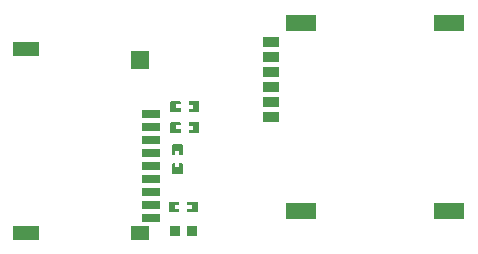
<source format=gbp>
G04 Layer: BottomPasteMaskLayer*
G04 EasyEDA v6.5.54, 2026-02-06 19:08:49*
G04 4cf94d710e704693a343972755933389,ab8ce68afc924fbca291fda1b5b5a17a,10*
G04 Gerber Generator version 0.2*
G04 Scale: 100 percent, Rotated: No, Reflected: No *
G04 Dimensions in millimeters *
G04 leading zeros omitted , absolute positions ,4 integer and 5 decimal *
%FSLAX45Y45*%
%MOMM*%

%AMMACRO1*21,1,$1,$2,0,0,$3*%
%ADD10MACRO1,0.9X1.34X-90.0000*%
%ADD11MACRO1,1.35X2.61X-90.0000*%
%ADD12MACRO1,0.7X1.6X90.0000*%
%ADD13MACRO1,1.2X1.5X90.0000*%
%ADD14MACRO1,1.2X2.2X90.0000*%
%ADD15MACRO1,1.6X1.5X90.0000*%
%ADD16MACRO1,0.8X0.9X0.0000*%
%ADD17C,0.0103*%

%LPD*%
G36*
X2611018Y-1034491D02*
G01*
X2605989Y-1039520D01*
X2605989Y-1119479D01*
X2611018Y-1124508D01*
X2690977Y-1124508D01*
X2696006Y-1119479D01*
X2696006Y-1095298D01*
X2659024Y-1095298D01*
X2659024Y-1062278D01*
X2696006Y-1062278D01*
X2696006Y-1039520D01*
X2690977Y-1034491D01*
G37*
G36*
X2770022Y-1034491D02*
G01*
X2764993Y-1039520D01*
X2764993Y-1063701D01*
X2801975Y-1063701D01*
X2801975Y-1096721D01*
X2764993Y-1096721D01*
X2764993Y-1119479D01*
X2770022Y-1124508D01*
X2849981Y-1124508D01*
X2855010Y-1119479D01*
X2855010Y-1039520D01*
X2849981Y-1034491D01*
G37*
G36*
X2611018Y-856691D02*
G01*
X2605989Y-861720D01*
X2605989Y-941679D01*
X2611018Y-946708D01*
X2690977Y-946708D01*
X2696006Y-941679D01*
X2696006Y-917498D01*
X2659024Y-917498D01*
X2659024Y-884478D01*
X2696006Y-884478D01*
X2696006Y-861720D01*
X2690977Y-856691D01*
G37*
G36*
X2770022Y-856691D02*
G01*
X2764993Y-861720D01*
X2764993Y-885901D01*
X2801975Y-885901D01*
X2801975Y-918921D01*
X2764993Y-918921D01*
X2764993Y-941679D01*
X2770022Y-946708D01*
X2849981Y-946708D01*
X2855010Y-941679D01*
X2855010Y-861720D01*
X2849981Y-856691D01*
G37*
G36*
X2627020Y-1221689D02*
G01*
X2621991Y-1226718D01*
X2621991Y-1306677D01*
X2627020Y-1311706D01*
X2651201Y-1311706D01*
X2651201Y-1274673D01*
X2684221Y-1274673D01*
X2684221Y-1311706D01*
X2706979Y-1311706D01*
X2712008Y-1306677D01*
X2712008Y-1226718D01*
X2706979Y-1221689D01*
G37*
G36*
X2627020Y-1380693D02*
G01*
X2621991Y-1385722D01*
X2621991Y-1465681D01*
X2627020Y-1470710D01*
X2706979Y-1470710D01*
X2712008Y-1465681D01*
X2712008Y-1385722D01*
X2706979Y-1380693D01*
X2682798Y-1380693D01*
X2682798Y-1417726D01*
X2649778Y-1417726D01*
X2649778Y-1380693D01*
G37*
G36*
X2757322Y-1707591D02*
G01*
X2752293Y-1712620D01*
X2752293Y-1736801D01*
X2789275Y-1736801D01*
X2789275Y-1769821D01*
X2752293Y-1769821D01*
X2752293Y-1792579D01*
X2757322Y-1797608D01*
X2837281Y-1797608D01*
X2842310Y-1792579D01*
X2842310Y-1712620D01*
X2837281Y-1707591D01*
G37*
G36*
X2598318Y-1707591D02*
G01*
X2593289Y-1712620D01*
X2593289Y-1792579D01*
X2598318Y-1797608D01*
X2678277Y-1797608D01*
X2683306Y-1792579D01*
X2683306Y-1768398D01*
X2646324Y-1768398D01*
X2646324Y-1735378D01*
X2683306Y-1735378D01*
X2683306Y-1712620D01*
X2678277Y-1707591D01*
G37*
D10*
G01*
X3461143Y-483591D03*
G01*
X3461143Y-737591D03*
G01*
X3461143Y-991591D03*
G01*
X3461143Y-356591D03*
G01*
X3461143Y-610591D03*
G01*
X3461143Y-864591D03*
D11*
G01*
X3711638Y-192601D03*
G01*
X4971656Y-192601D03*
G01*
X3711613Y-1788598D03*
G01*
X4971605Y-1788598D03*
D12*
G01*
X2447696Y-1738807D03*
G01*
X2447696Y-1628805D03*
G01*
X2447696Y-1518805D03*
G01*
X2447696Y-1408805D03*
G01*
X2447696Y-1298806D03*
G01*
X2447696Y-1188806D03*
G01*
X2447696Y-1078806D03*
G01*
X2447696Y-968806D03*
G01*
X2447698Y-1848810D03*
D13*
G01*
X2347691Y-1973806D03*
D14*
G01*
X1387701Y-1973806D03*
G01*
X1387698Y-413801D03*
D15*
G01*
X2347701Y-508800D03*
D16*
G01*
X2647800Y-1955800D03*
G01*
X2787799Y-1955800D03*
M02*

</source>
